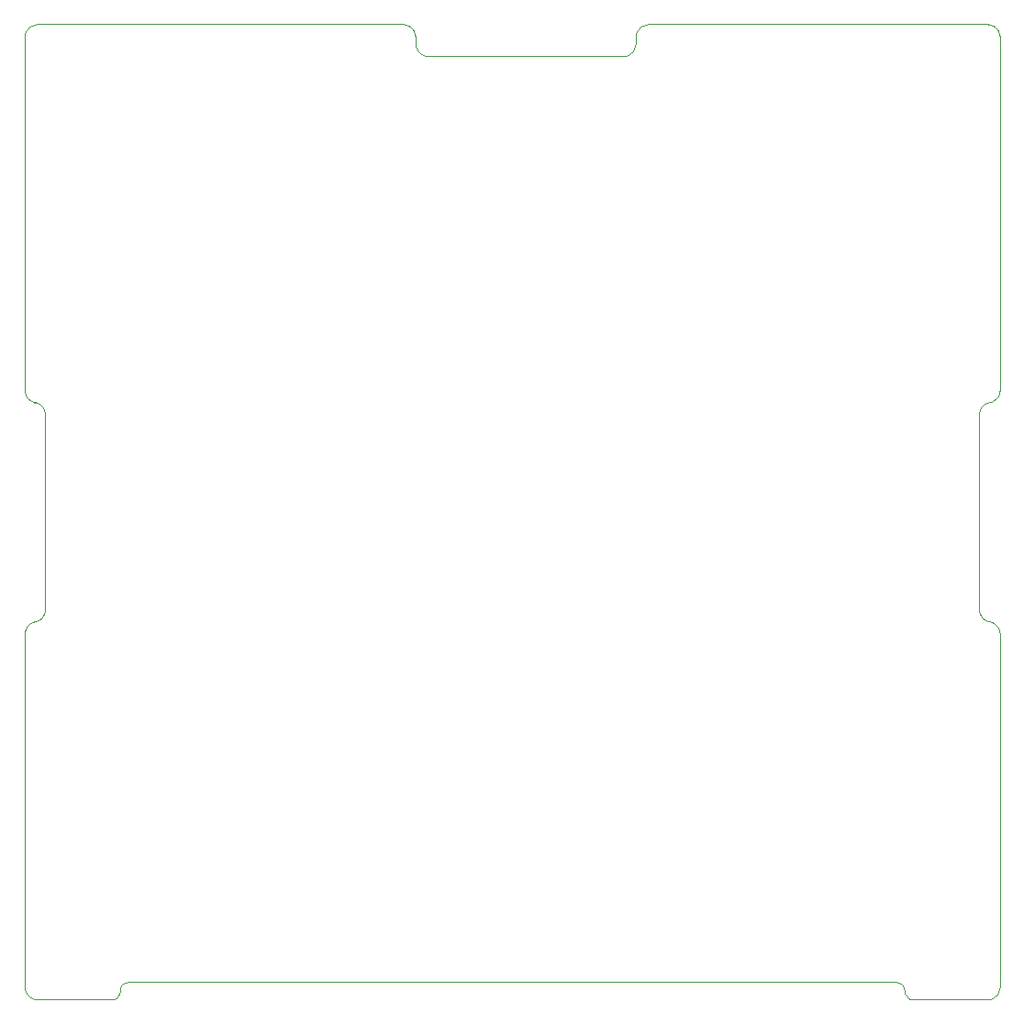
<source format=gbr>
G04*
G04 #@! TF.GenerationSoftware,Altium Limited,Altium Designer,24.1.2 (44)*
G04*
G04 Layer_Color=16711935*
%FSLAX44Y44*%
%MOMM*%
G71*
G04*
G04 #@! TF.SameCoordinates,32799FE6-DD90-4EFC-9ADB-317E97FF397D*
G04*
G04*
G04 #@! TF.FilePolarity,Positive*
G04*
G01*
G75*
%ADD97C,0.0100*%
D97*
X899990Y337130D02*
X899752Y339508D01*
X899048Y341791D01*
X897905Y343890D01*
X896369Y345720D01*
X894501Y347210D01*
X892374Y348301D01*
X890074Y348948D01*
X12000Y900000D02*
X9330Y899699D01*
X6793Y898812D01*
X4518Y897382D01*
X2618Y895482D01*
X1188Y893207D01*
X301Y890670D01*
X0Y888000D01*
X890074Y551072D02*
X892374Y551720D01*
X894501Y552810D01*
X896369Y554300D01*
X897905Y556130D01*
X899048Y558229D01*
X899752Y560512D01*
X899990Y562890D01*
X96000Y16000D02*
X93528Y15609D01*
X91298Y14472D01*
X89528Y12702D01*
X88392Y10472D01*
X88000Y8000D01*
X900000Y888000D02*
X899699Y890670D01*
X898812Y893207D01*
X897382Y895482D01*
X895482Y897382D01*
X893207Y898812D01*
X890670Y899699D01*
X888000Y900000D01*
X360700Y888000D02*
X360399Y890670D01*
X359512Y893207D01*
X358082Y895482D01*
X356182Y897382D01*
X353907Y898812D01*
X351370Y899699D01*
X348700Y900000D01*
X888000Y0D02*
X890670Y301D01*
X893207Y1188D01*
X895482Y2618D01*
X897382Y4518D01*
X898812Y6793D01*
X899699Y9330D01*
X900000Y12000D01*
X551900Y870700D02*
X554570Y871001D01*
X557107Y871888D01*
X559382Y873318D01*
X561282Y875218D01*
X562712Y877493D01*
X563599Y880030D01*
X563900Y882700D01*
X9284Y348832D02*
X11584Y349479D01*
X13711Y350570D01*
X15579Y352060D01*
X17115Y353890D01*
X18258Y355989D01*
X18962Y358272D01*
X19200Y360650D01*
X575900Y900000D02*
X573230Y899699D01*
X570693Y898812D01*
X568418Y897382D01*
X566518Y895482D01*
X565088Y893207D01*
X564201Y890670D01*
X563900Y888000D01*
X0Y12000D02*
X301Y9330D01*
X1188Y6793D01*
X2618Y4518D01*
X4518Y2618D01*
X6793Y1188D01*
X9330Y301D01*
X12000Y0D01*
X9916Y348968D02*
X7616Y348321D01*
X5489Y347230D01*
X3621Y345740D01*
X2085Y343910D01*
X942Y341811D01*
X238Y339528D01*
X0Y337150D01*
X812000Y8000D02*
X812392Y5528D01*
X813528Y3298D01*
X815298Y1528D01*
X817528Y391D01*
X820000Y0D01*
X890716Y551168D02*
X888416Y550521D01*
X886289Y549430D01*
X884421Y547940D01*
X882885Y546110D01*
X881742Y544011D01*
X881038Y541728D01*
X880800Y539350D01*
X19200D02*
X18962Y541728D01*
X18258Y544011D01*
X17115Y546110D01*
X15579Y547940D01*
X13711Y549430D01*
X11584Y550521D01*
X9284Y551168D01*
X880800Y360650D02*
X881038Y358272D01*
X881742Y355989D01*
X882885Y353890D01*
X884421Y352060D01*
X886289Y350570D01*
X888416Y349479D01*
X890716Y348832D01*
X812000Y8000D02*
X811609Y10472D01*
X810472Y12702D01*
X808702Y14472D01*
X806472Y15609D01*
X804000Y16000D01*
X80000Y0D02*
X82472Y391D01*
X84702Y1528D01*
X86472Y3298D01*
X87608Y5528D01*
X88000Y8000D01*
X360700Y882700D02*
X361001Y880030D01*
X361888Y877493D01*
X363318Y875218D01*
X365218Y873318D01*
X367493Y871888D01*
X370030Y871001D01*
X372700Y870700D01*
X-10Y562850D02*
X228Y560472D01*
X932Y558189D01*
X2075Y556090D01*
X3611Y554260D01*
X5479Y552770D01*
X7606Y551679D01*
X9906Y551032D01*
X900000Y11430D02*
Y337340D01*
X563900Y882700D02*
Y888000D01*
X-0Y562640D02*
X0Y888000D01*
X12000Y900000D02*
X348700Y900000D01*
X575900Y900000D02*
X888000D01*
X19200Y360650D02*
Y539350D01*
X360700Y882700D02*
Y888000D01*
X819900Y-0D02*
X888000D01*
X900000Y888000D02*
X900000Y562770D01*
X880800Y360650D02*
Y539350D01*
X12000Y0D02*
X80100D01*
X372700Y870600D02*
X551900D01*
X563900Y888000D02*
X563900D01*
X-0Y12000D02*
X0Y337090D01*
X96000Y16000D02*
X804000D01*
M02*

</source>
